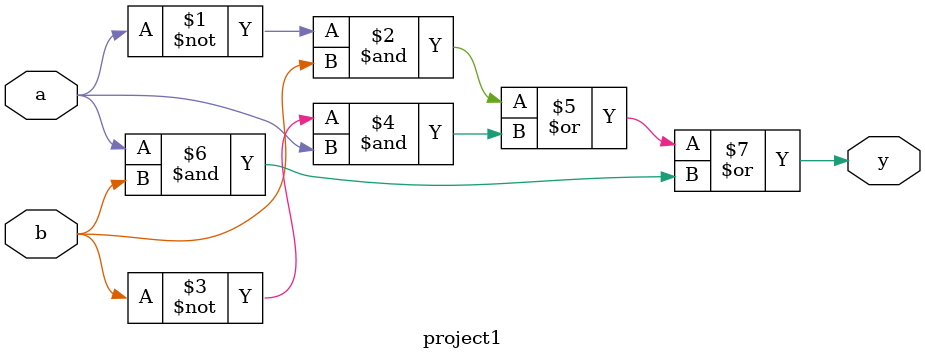
<source format=v>
module project1(
	input a,b,
	output y
);
    assign y = ((~a) & b) | ((~b) & a) | (a & b);
endmodule
</source>
